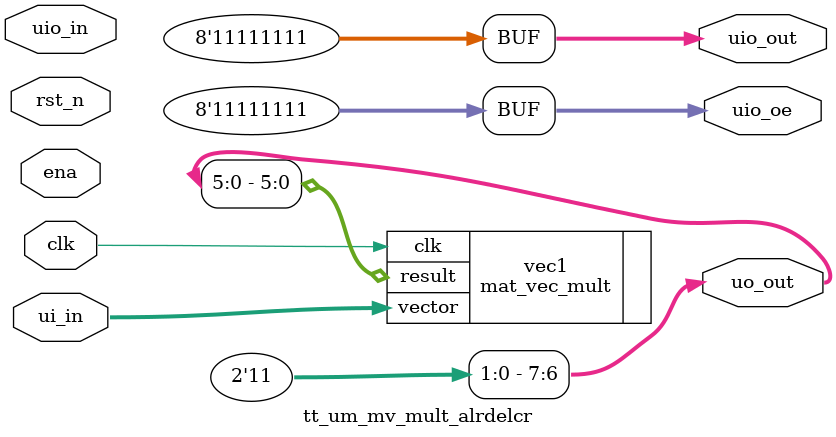
<source format=v>
`default_nettype none

module tt_um_mv_mult_alrdelcr #( parameter MAX_COUNT = 24'd10_000_000 ) (
    input  wire [7:0] ui_in,    // Dedicated inputs - connected to the input switches
    output wire [7:0] uo_out,   // Dedicated outputs - connected to the 7 segment display
    input  wire [7:0] uio_in,   // IOs: Bidirectional Input path
    output wire [7:0] uio_out,  // IOs: Bidirectional Output path
    output wire [7:0] uio_oe,   // IOs: Bidirectional Enable path (active high: 0=input, 1=output)
    input  wire       ena,      // will go high when the design is enabled
    input  wire       clk,      // clock
    input  wire       rst_n     // reset_n - low to reset
);

   
    // use bidirectionals as outputs
    assign uio_oe = 8'b11111111;
    assign uio_out = 8'b11111111;
    assign uo_out[6] = 1;
    assign uo_out[7] = 1;


    // instantiate segment display
    mat_vec_mult vec1(.vector(ui_in), .result(uo_out[5:0]), .clk(clk));

endmodule

</source>
